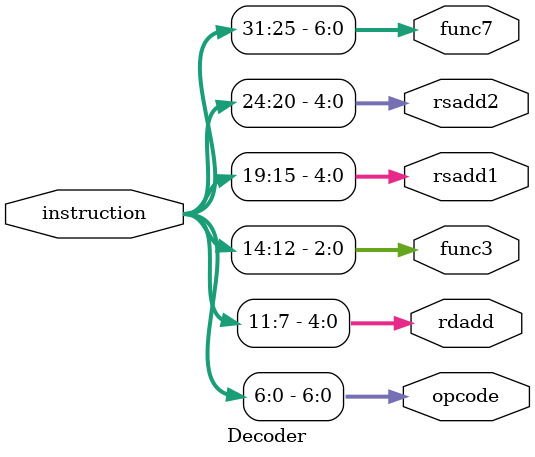
<source format=sv>
`timescale 1ns / 1ps
module Decoder(
    input  logic [31:0] instruction,
    output logic [6:0]  opcode,
    output logic [4:0]  rdadd,
    output logic [2:0]  func3,
    output logic [4:0]  rsadd1,
    output logic [4:0]  rsadd2,
    output logic [6:0]  func7
);
    always_comb begin
        opcode  = instruction[6:0];
        rdadd   = instruction[11:7];
        func3   = instruction[14:12];
        rsadd1  = instruction[19:15];
        rsadd2  = instruction[24:20];
        func7   = instruction[31:25];
    end
endmodule

</source>
